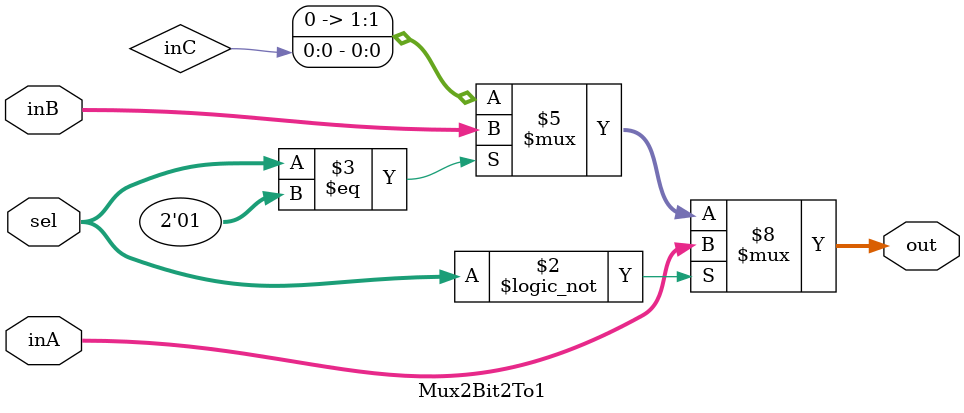
<source format=v>
`timescale 1ns / 1ps


module Mux2Bit2To1(out, inA, inB, sel);

  output reg [1:0] out;
    
  input [1:0] inA;
  input [1:0] inB;

    input [1:0] sel;

    always @(*) begin
    if(sel==0)begin
        out <= inA;
    end
    else if( sel ==1)begin
        out <= inB;
    end
    else begin
        out <= inC;
    end
        
end


endmodule

</source>
